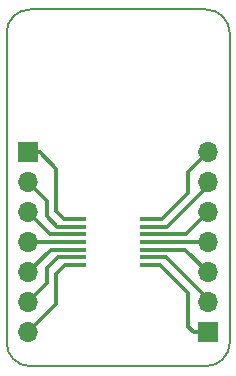
<source format=gbr>
G04 #@! TF.GenerationSoftware,KiCad,Pcbnew,5.1.6-c6e7f7d~86~ubuntu20.04.1*
G04 #@! TF.CreationDate,2020-05-17T01:17:02+03:00*
G04 #@! TF.ProjectId,BRK-TSSOP-14-4.4x5-P0.65,42524b2d-5453-4534-9f50-2d31342d342e,v1.0*
G04 #@! TF.SameCoordinates,Original*
G04 #@! TF.FileFunction,Copper,L1,Top*
G04 #@! TF.FilePolarity,Positive*
%FSLAX46Y46*%
G04 Gerber Fmt 4.6, Leading zero omitted, Abs format (unit mm)*
G04 Created by KiCad (PCBNEW 5.1.6-c6e7f7d~86~ubuntu20.04.1) date 2020-05-17 01:17:02*
%MOMM*%
%LPD*%
G01*
G04 APERTURE LIST*
G04 #@! TA.AperFunction,Profile*
%ADD10C,0.150000*%
G04 #@! TD*
G04 #@! TA.AperFunction,SMDPad,CuDef*
%ADD11R,1.450000X0.450000*%
G04 #@! TD*
G04 #@! TA.AperFunction,ComponentPad*
%ADD12O,1.700000X1.700000*%
G04 #@! TD*
G04 #@! TA.AperFunction,ComponentPad*
%ADD13R,1.700000X1.700000*%
G04 #@! TD*
G04 #@! TA.AperFunction,Conductor*
%ADD14C,0.300000*%
G04 #@! TD*
G04 APERTURE END LIST*
D10*
X53000000Y-78200000D02*
G75*
G02*
X51000000Y-76200000I0J2000000D01*
G01*
X69900000Y-76200000D02*
G75*
G02*
X67900000Y-78200000I-2000000J0D01*
G01*
X67900000Y-48000000D02*
G75*
G02*
X69900000Y-50000000I0J-2000000D01*
G01*
X51000000Y-50000000D02*
G75*
G02*
X53000000Y-48000000I2000000J0D01*
G01*
X67900000Y-78200000D02*
X53000000Y-78200000D01*
X69900000Y-50000000D02*
X69900000Y-76200000D01*
X53000000Y-48000000D02*
X67900000Y-48000000D01*
X51000000Y-76200000D02*
X51000000Y-50000000D01*
D11*
X62950000Y-65730000D03*
X62950000Y-66380000D03*
X62950000Y-67030000D03*
X62950000Y-67680000D03*
X62950000Y-68330000D03*
X62950000Y-68980000D03*
X62950000Y-69630000D03*
X57050000Y-69630000D03*
X57050000Y-68980000D03*
X57050000Y-68330000D03*
X57050000Y-67680000D03*
X57050000Y-67030000D03*
X57050000Y-66380000D03*
X57050000Y-65730000D03*
D12*
X68040000Y-60100000D03*
X68040000Y-62640000D03*
X68040000Y-65180000D03*
X68040000Y-67720000D03*
X68040000Y-70260000D03*
X68040000Y-72800000D03*
D13*
X68040000Y-75340000D03*
D12*
X52800000Y-75340000D03*
X52800000Y-72800000D03*
X52800000Y-70260000D03*
X52800000Y-67720000D03*
X52800000Y-65180000D03*
X52800000Y-62640000D03*
D13*
X52800000Y-60100000D03*
D14*
X55200000Y-61500000D02*
X53800000Y-60100000D01*
X55200000Y-65100000D02*
X55200000Y-61500000D01*
X57050000Y-65730000D02*
X55830000Y-65730000D01*
X53800000Y-60100000D02*
X52800000Y-60100000D01*
X55830000Y-65730000D02*
X55200000Y-65100000D01*
X52840000Y-62600000D02*
X52800000Y-62640000D01*
X54400000Y-64240000D02*
X52800000Y-62640000D01*
X57050000Y-66380000D02*
X55280000Y-66380000D01*
X54400000Y-65500000D02*
X54400000Y-64240000D01*
X55280000Y-66380000D02*
X54400000Y-65500000D01*
X54650000Y-67030000D02*
X52800000Y-65180000D01*
X57050000Y-67030000D02*
X54650000Y-67030000D01*
X66890000Y-75340000D02*
X68040000Y-75340000D01*
X66400000Y-74850000D02*
X66890000Y-75340000D01*
X66400000Y-72000000D02*
X66400000Y-74850000D01*
X62950000Y-69630000D02*
X64030000Y-69630000D01*
X64030000Y-69630000D02*
X66400000Y-72000000D01*
X68040000Y-72540000D02*
X68040000Y-72800000D01*
X62950000Y-68980000D02*
X64480000Y-68980000D01*
X64480000Y-68980000D02*
X68040000Y-72540000D01*
X66110000Y-68330000D02*
X68040000Y-70260000D01*
X62950000Y-68330000D02*
X66110000Y-68330000D01*
X52840000Y-67680000D02*
X52800000Y-67720000D01*
X57050000Y-67680000D02*
X52840000Y-67680000D01*
X68000000Y-67680000D02*
X68040000Y-67720000D01*
X62950000Y-67680000D02*
X68000000Y-67680000D01*
X55200000Y-72940000D02*
X52800000Y-75340000D01*
X57050000Y-69630000D02*
X55970000Y-69630000D01*
X55200000Y-70400000D02*
X55200000Y-72940000D01*
X55970000Y-69630000D02*
X55200000Y-70400000D01*
X54400000Y-71200000D02*
X52800000Y-72800000D01*
X57050000Y-68980000D02*
X55320000Y-68980000D01*
X54400000Y-69900000D02*
X54400000Y-71200000D01*
X55320000Y-68980000D02*
X54400000Y-69900000D01*
X54730000Y-68330000D02*
X52800000Y-70260000D01*
X57050000Y-68330000D02*
X54730000Y-68330000D01*
X66400000Y-63500000D02*
X66400000Y-61740000D01*
X62950000Y-65730000D02*
X64170000Y-65730000D01*
X66400000Y-61740000D02*
X68040000Y-60100000D01*
X64170000Y-65730000D02*
X66400000Y-63500000D01*
X62950000Y-66380000D02*
X64620000Y-66380000D01*
X68040000Y-62960000D02*
X68040000Y-62640000D01*
X64620000Y-66380000D02*
X68040000Y-62960000D01*
X66190000Y-67030000D02*
X68040000Y-65180000D01*
X62950000Y-67030000D02*
X66190000Y-67030000D01*
M02*

</source>
